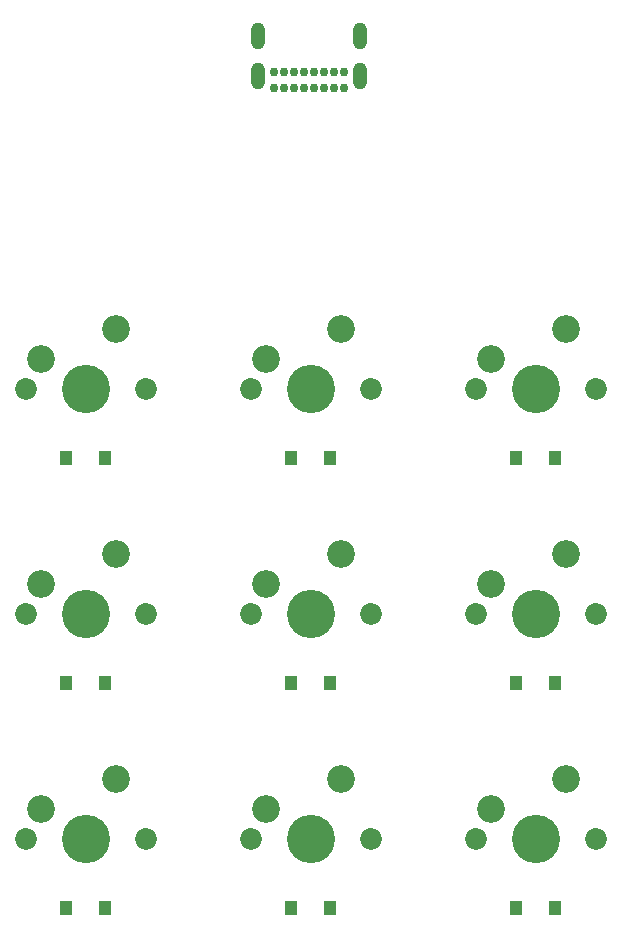
<source format=gbr>
%TF.GenerationSoftware,KiCad,Pcbnew,(5.1.6)-1*%
%TF.CreationDate,2020-08-31T14:33:41-05:00*%
%TF.ProjectId,totoro-pcb-macropad,746f746f-726f-42d7-9063-622d6d616372,rev?*%
%TF.SameCoordinates,Original*%
%TF.FileFunction,Soldermask,Bot*%
%TF.FilePolarity,Negative*%
%FSLAX46Y46*%
G04 Gerber Fmt 4.6, Leading zero omitted, Abs format (unit mm)*
G04 Created by KiCad (PCBNEW (5.1.6)-1) date 2020-08-31 14:33:41*
%MOMM*%
%LPD*%
G01*
G04 APERTURE LIST*
%ADD10C,2.350000*%
%ADD11C,4.087800*%
%ADD12C,1.850000*%
%ADD13O,1.208000X2.316000*%
%ADD14C,0.750000*%
%ADD15R,1.000000X1.300000*%
G04 APERTURE END LIST*
D10*
%TO.C,MX9*%
X215265000Y-93345000D03*
D11*
X212725000Y-98425000D03*
D10*
X208915000Y-95885000D03*
D12*
X207645000Y-98425000D03*
X217805000Y-98425000D03*
%TD*%
D10*
%TO.C,MX8*%
X196215000Y-93345000D03*
D11*
X193675000Y-98425000D03*
D10*
X189865000Y-95885000D03*
D12*
X188595000Y-98425000D03*
X198755000Y-98425000D03*
%TD*%
D10*
%TO.C,MX7*%
X177165000Y-93345000D03*
D11*
X174625000Y-98425000D03*
D10*
X170815000Y-95885000D03*
D12*
X169545000Y-98425000D03*
X179705000Y-98425000D03*
%TD*%
D10*
%TO.C,MX6*%
X215265000Y-74295000D03*
D11*
X212725000Y-79375000D03*
D10*
X208915000Y-76835000D03*
D12*
X207645000Y-79375000D03*
X217805000Y-79375000D03*
%TD*%
D10*
%TO.C,MX5*%
X196215000Y-74295000D03*
D11*
X193675000Y-79375000D03*
D10*
X189865000Y-76835000D03*
D12*
X188595000Y-79375000D03*
X198755000Y-79375000D03*
%TD*%
D10*
%TO.C,MX4*%
X177165000Y-74295000D03*
D11*
X174625000Y-79375000D03*
D10*
X170815000Y-76835000D03*
D12*
X169545000Y-79375000D03*
X179705000Y-79375000D03*
%TD*%
D10*
%TO.C,MX3*%
X215265000Y-55245000D03*
D11*
X212725000Y-60325000D03*
D10*
X208915000Y-57785000D03*
D12*
X207645000Y-60325000D03*
X217805000Y-60325000D03*
%TD*%
D10*
%TO.C,MX2*%
X196215000Y-55245000D03*
D11*
X193675000Y-60325000D03*
D10*
X189865000Y-57785000D03*
D12*
X188595000Y-60325000D03*
X198755000Y-60325000D03*
%TD*%
D10*
%TO.C,MX1*%
X177165000Y-55245000D03*
D11*
X174625000Y-60325000D03*
D10*
X170815000Y-57785000D03*
D12*
X169545000Y-60325000D03*
X179705000Y-60325000D03*
%TD*%
D13*
%TO.C, *%
X197873000Y-30452800D03*
X189223000Y-30452800D03*
X189223000Y-33832800D03*
X197873000Y-33832800D03*
D14*
X196523000Y-33462800D03*
X195673000Y-33462800D03*
X194823000Y-33462800D03*
X193973000Y-33462800D03*
X193123000Y-33462800D03*
X192273000Y-33462800D03*
X191423000Y-33462800D03*
X190573000Y-33462800D03*
X190573000Y-34812800D03*
X191423000Y-34812800D03*
X192273000Y-34812800D03*
X193123000Y-34812800D03*
X193973000Y-34812800D03*
X194823000Y-34812800D03*
X195673000Y-34812800D03*
X196523000Y-34812800D03*
%TD*%
D15*
%TO.C, *%
X211075000Y-104267000D03*
X214375000Y-104267000D03*
%TD*%
%TO.C, *%
X192025000Y-104267000D03*
X195325000Y-104267000D03*
%TD*%
%TO.C, *%
X172975000Y-104267000D03*
X176275000Y-104267000D03*
%TD*%
%TO.C, *%
X211075000Y-85217000D03*
X214375000Y-85217000D03*
%TD*%
%TO.C, *%
X192025000Y-85217000D03*
X195325000Y-85217000D03*
%TD*%
%TO.C, *%
X172975000Y-85217000D03*
X176275000Y-85217000D03*
%TD*%
%TO.C, *%
X211075000Y-66167000D03*
X214375000Y-66167000D03*
%TD*%
%TO.C, *%
X192025000Y-66167000D03*
X195325000Y-66167000D03*
%TD*%
%TO.C, *%
X172975000Y-66167000D03*
X176275000Y-66167000D03*
%TD*%
M02*

</source>
